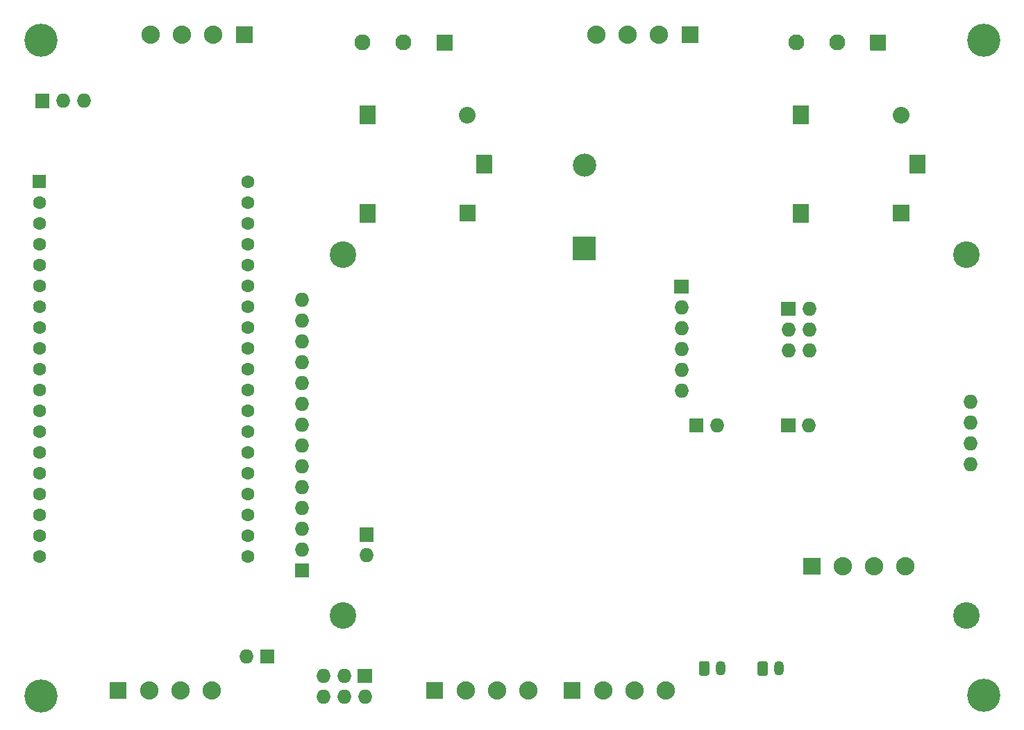
<source format=gbs>
G04 #@! TF.GenerationSoftware,KiCad,Pcbnew,5.1.9+dfsg1-1~bpo10+1*
G04 #@! TF.CreationDate,2022-02-23T18:09:28+00:00*
G04 #@! TF.ProjectId,ControllerCircuit,436f6e74-726f-46c6-9c65-724369726375,rev?*
G04 #@! TF.SameCoordinates,Original*
G04 #@! TF.FileFunction,Soldermask,Bot*
G04 #@! TF.FilePolarity,Negative*
%FSLAX46Y46*%
G04 Gerber Fmt 4.6, Leading zero omitted, Abs format (unit mm)*
G04 Created by KiCad (PCBNEW 5.1.9+dfsg1-1~bpo10+1) date 2022-02-23 18:09:28*
%MOMM*%
%LPD*%
G01*
G04 APERTURE LIST*
%ADD10C,2.240000*%
%ADD11O,2.840000X2.840000*%
%ADD12C,3.240000*%
%ADD13O,1.740000X1.740000*%
%ADD14O,1.240000X1.790000*%
%ADD15C,1.600000*%
%ADD16C,2.040000*%
%ADD17C,1.940000*%
%ADD18C,4.040000*%
G04 APERTURE END LIST*
D10*
X197900000Y-118360000D03*
X194090000Y-118360000D03*
X190280000Y-118360000D03*
G36*
G01*
X185450000Y-119360000D02*
X185450000Y-117360000D01*
G75*
G02*
X185470000Y-117340000I20000J0D01*
G01*
X187470000Y-117340000D01*
G75*
G02*
X187490000Y-117360000I0J-20000D01*
G01*
X187490000Y-119360000D01*
G75*
G02*
X187470000Y-119380000I-20000J0D01*
G01*
X185470000Y-119380000D01*
G75*
G02*
X185450000Y-119360000I0J20000D01*
G01*
G37*
D11*
X158720000Y-69440000D03*
G36*
G01*
X160120000Y-81020000D02*
X157320000Y-81020000D01*
G75*
G02*
X157300000Y-81000000I0J20000D01*
G01*
X157300000Y-78200000D01*
G75*
G02*
X157320000Y-78180000I20000J0D01*
G01*
X160120000Y-78180000D01*
G75*
G02*
X160140000Y-78200000I0J-20000D01*
G01*
X160140000Y-81000000D01*
G75*
G02*
X160120000Y-81020000I-20000J0D01*
G01*
G37*
D12*
X205300000Y-80375000D03*
X205300000Y-124375000D03*
X129300000Y-80375000D03*
X129300000Y-124375000D03*
D13*
X205800000Y-103335000D03*
X205800000Y-100795000D03*
X205800000Y-98255000D03*
X205800000Y-105875000D03*
X124300000Y-85855000D03*
X124300000Y-88395000D03*
X124300000Y-90935000D03*
X124300000Y-93475000D03*
X124300000Y-96015000D03*
X124300000Y-98555000D03*
X124300000Y-101095000D03*
X124300000Y-103635000D03*
X124300000Y-106175000D03*
X124300000Y-108715000D03*
X124300000Y-111255000D03*
X124300000Y-113795000D03*
X124300000Y-116335000D03*
G36*
G01*
X125170000Y-118025000D02*
X125170000Y-119725000D01*
G75*
G02*
X125150000Y-119745000I-20000J0D01*
G01*
X123450000Y-119745000D01*
G75*
G02*
X123430000Y-119725000I0J20000D01*
G01*
X123430000Y-118025000D01*
G75*
G02*
X123450000Y-118005000I20000J0D01*
G01*
X125150000Y-118005000D01*
G75*
G02*
X125170000Y-118025000I0J-20000D01*
G01*
G37*
D10*
X160220000Y-53480000D03*
X164030000Y-53480000D03*
X167840000Y-53480000D03*
G36*
G01*
X172670000Y-52480000D02*
X172670000Y-54480000D01*
G75*
G02*
X172650000Y-54500000I-20000J0D01*
G01*
X170650000Y-54500000D01*
G75*
G02*
X170630000Y-54480000I0J20000D01*
G01*
X170630000Y-52480000D01*
G75*
G02*
X170650000Y-52460000I20000J0D01*
G01*
X172650000Y-52460000D01*
G75*
G02*
X172670000Y-52480000I0J-20000D01*
G01*
G37*
X105800000Y-53530000D03*
X109610000Y-53530000D03*
X113420000Y-53530000D03*
G36*
G01*
X118250000Y-52530000D02*
X118250000Y-54530000D01*
G75*
G02*
X118230000Y-54550000I-20000J0D01*
G01*
X116230000Y-54550000D01*
G75*
G02*
X116210000Y-54530000I0J20000D01*
G01*
X116210000Y-52530000D01*
G75*
G02*
X116230000Y-52510000I20000J0D01*
G01*
X118230000Y-52510000D01*
G75*
G02*
X118250000Y-52530000I0J-20000D01*
G01*
G37*
D14*
X182456260Y-130849600D03*
G36*
G01*
X179836260Y-131486268D02*
X179836260Y-130212932D01*
G75*
G02*
X180094592Y-129954600I258332J0D01*
G01*
X180817928Y-129954600D01*
G75*
G02*
X181076260Y-130212932I0J-258332D01*
G01*
X181076260Y-131486268D01*
G75*
G02*
X180817928Y-131744600I-258332J0D01*
G01*
X180094592Y-131744600D01*
G75*
G02*
X179836260Y-131486268I0J258332D01*
G01*
G37*
X175330720Y-130819600D03*
G36*
G01*
X172710720Y-131456268D02*
X172710720Y-130182932D01*
G75*
G02*
X172969052Y-129924600I258332J0D01*
G01*
X173692388Y-129924600D01*
G75*
G02*
X173950720Y-130182932I0J-258332D01*
G01*
X173950720Y-131456268D01*
G75*
G02*
X173692388Y-131714600I-258332J0D01*
G01*
X172969052Y-131714600D01*
G75*
G02*
X172710720Y-131456268I0J258332D01*
G01*
G37*
D13*
X174919360Y-101185240D03*
G36*
G01*
X173229360Y-102055240D02*
X171529360Y-102055240D01*
G75*
G02*
X171509360Y-102035240I0J20000D01*
G01*
X171509360Y-100335240D01*
G75*
G02*
X171529360Y-100315240I20000J0D01*
G01*
X173229360Y-100315240D01*
G75*
G02*
X173249360Y-100335240I0J-20000D01*
G01*
X173249360Y-102035240D01*
G75*
G02*
X173229360Y-102055240I-20000J0D01*
G01*
G37*
X186115680Y-101185240D03*
G36*
G01*
X184425680Y-102055240D02*
X182725680Y-102055240D01*
G75*
G02*
X182705680Y-102035240I0J20000D01*
G01*
X182705680Y-100335240D01*
G75*
G02*
X182725680Y-100315240I20000J0D01*
G01*
X184425680Y-100315240D01*
G75*
G02*
X184445680Y-100335240I0J-20000D01*
G01*
X184445680Y-102035240D01*
G75*
G02*
X184425680Y-102055240I-20000J0D01*
G01*
G37*
X132140000Y-117040000D03*
G36*
G01*
X131270000Y-115350000D02*
X131270000Y-113650000D01*
G75*
G02*
X131290000Y-113630000I20000J0D01*
G01*
X132990000Y-113630000D01*
G75*
G02*
X133010000Y-113650000I0J-20000D01*
G01*
X133010000Y-115350000D01*
G75*
G02*
X132990000Y-115370000I-20000J0D01*
G01*
X131290000Y-115370000D01*
G75*
G02*
X131270000Y-115350000I0J20000D01*
G01*
G37*
X97686860Y-61591720D03*
X95146860Y-61591720D03*
G36*
G01*
X93456860Y-62461720D02*
X91756860Y-62461720D01*
G75*
G02*
X91736860Y-62441720I0J20000D01*
G01*
X91736860Y-60741720D01*
G75*
G02*
X91756860Y-60721720I20000J0D01*
G01*
X93456860Y-60721720D01*
G75*
G02*
X93476860Y-60741720I0J-20000D01*
G01*
X93476860Y-62441720D01*
G75*
G02*
X93456860Y-62461720I-20000J0D01*
G01*
G37*
X117510000Y-129350000D03*
G36*
G01*
X119200000Y-128480000D02*
X120900000Y-128480000D01*
G75*
G02*
X120920000Y-128500000I0J-20000D01*
G01*
X120920000Y-130200000D01*
G75*
G02*
X120900000Y-130220000I-20000J0D01*
G01*
X119200000Y-130220000D01*
G75*
G02*
X119180000Y-130200000I0J20000D01*
G01*
X119180000Y-128500000D01*
G75*
G02*
X119200000Y-128480000I20000J0D01*
G01*
G37*
X170573420Y-96933280D03*
X170573420Y-94393280D03*
X170573420Y-91853280D03*
X170573420Y-89313280D03*
X170573420Y-86773280D03*
G36*
G01*
X169703420Y-85083280D02*
X169703420Y-83383280D01*
G75*
G02*
X169723420Y-83363280I20000J0D01*
G01*
X171423420Y-83363280D01*
G75*
G02*
X171443420Y-83383280I0J-20000D01*
G01*
X171443420Y-85083280D01*
G75*
G02*
X171423420Y-85103280I-20000J0D01*
G01*
X169723420Y-85103280D01*
G75*
G02*
X169703420Y-85083280I0J20000D01*
G01*
G37*
X126870000Y-134290000D03*
X126870000Y-131750000D03*
X129410000Y-134290000D03*
X129410000Y-131750000D03*
X131950000Y-134290000D03*
G36*
G01*
X131100000Y-130880000D02*
X132800000Y-130880000D01*
G75*
G02*
X132820000Y-130900000I0J-20000D01*
G01*
X132820000Y-132600000D01*
G75*
G02*
X132800000Y-132620000I-20000J0D01*
G01*
X131100000Y-132620000D01*
G75*
G02*
X131080000Y-132600000I0J20000D01*
G01*
X131080000Y-130900000D01*
G75*
G02*
X131100000Y-130880000I20000J0D01*
G01*
G37*
X186151240Y-92026000D03*
X183611240Y-92026000D03*
X186151240Y-89486000D03*
X183611240Y-89486000D03*
X186151240Y-86946000D03*
G36*
G01*
X182741240Y-87796000D02*
X182741240Y-86096000D01*
G75*
G02*
X182761240Y-86076000I20000J0D01*
G01*
X184461240Y-86076000D01*
G75*
G02*
X184481240Y-86096000I0J-20000D01*
G01*
X184481240Y-87796000D01*
G75*
G02*
X184461240Y-87816000I-20000J0D01*
G01*
X182761240Y-87816000D01*
G75*
G02*
X182741240Y-87796000I0J20000D01*
G01*
G37*
D15*
X117656394Y-117150000D03*
X117656394Y-114610000D03*
X117656394Y-112070000D03*
X117656394Y-109530000D03*
X117656394Y-106990000D03*
X117656394Y-104450000D03*
X117656394Y-101910000D03*
X117656394Y-99370000D03*
X117656394Y-96830000D03*
X117656394Y-94290000D03*
X117656394Y-91750000D03*
X117656394Y-89210000D03*
X117656394Y-86670000D03*
X117656394Y-84130000D03*
X117656394Y-81590000D03*
X117656394Y-79050000D03*
X117656394Y-76510000D03*
X117656394Y-73970000D03*
X117656394Y-71430000D03*
X92256394Y-114610000D03*
X92256394Y-112070000D03*
X92256394Y-109530000D03*
X92256394Y-106990000D03*
X92256394Y-104450000D03*
X92256394Y-101910000D03*
X92256394Y-99370000D03*
X92256394Y-96830000D03*
X92256394Y-94290000D03*
X92256394Y-91750000D03*
X92256394Y-89210000D03*
X92256394Y-86670000D03*
X92256394Y-84130000D03*
X92256394Y-81590000D03*
X92256394Y-79050000D03*
X92256394Y-76510000D03*
X92256394Y-117150000D03*
X92256394Y-73970000D03*
G36*
G01*
X91456394Y-72210000D02*
X91456394Y-70650000D01*
G75*
G02*
X91476394Y-70630000I20000J0D01*
G01*
X93036394Y-70630000D01*
G75*
G02*
X93056394Y-70650000I0J-20000D01*
G01*
X93056394Y-72210000D01*
G75*
G02*
X93036394Y-72230000I-20000J0D01*
G01*
X91476394Y-72230000D01*
G75*
G02*
X91456394Y-72210000I0J20000D01*
G01*
G37*
G36*
G01*
X145485000Y-74310000D02*
X145485000Y-76290000D01*
G75*
G02*
X145465000Y-76310000I-20000J0D01*
G01*
X143485000Y-76310000D01*
G75*
G02*
X143465000Y-76290000I0J20000D01*
G01*
X143465000Y-74310000D01*
G75*
G02*
X143485000Y-74290000I20000J0D01*
G01*
X145465000Y-74290000D01*
G75*
G02*
X145485000Y-74310000I0J-20000D01*
G01*
G37*
G36*
G01*
X147445000Y-68200000D02*
X147445000Y-70400000D01*
G75*
G02*
X147425000Y-70420000I-20000J0D01*
G01*
X145525000Y-70420000D01*
G75*
G02*
X145505000Y-70400000I0J20000D01*
G01*
X145505000Y-68200000D01*
G75*
G02*
X145525000Y-68180000I20000J0D01*
G01*
X147425000Y-68180000D01*
G75*
G02*
X147445000Y-68200000I0J-20000D01*
G01*
G37*
D16*
X144475000Y-63300000D03*
G36*
G01*
X133245000Y-62200000D02*
X133245000Y-64400000D01*
G75*
G02*
X133225000Y-64420000I-20000J0D01*
G01*
X131325000Y-64420000D01*
G75*
G02*
X131305000Y-64400000I0J20000D01*
G01*
X131305000Y-62200000D01*
G75*
G02*
X131325000Y-62180000I20000J0D01*
G01*
X133225000Y-62180000D01*
G75*
G02*
X133245000Y-62200000I0J-20000D01*
G01*
G37*
G36*
G01*
X133245000Y-74200000D02*
X133245000Y-76400000D01*
G75*
G02*
X133225000Y-76420000I-20000J0D01*
G01*
X131325000Y-76420000D01*
G75*
G02*
X131305000Y-76400000I0J20000D01*
G01*
X131305000Y-74200000D01*
G75*
G02*
X131325000Y-74180000I20000J0D01*
G01*
X133225000Y-74180000D01*
G75*
G02*
X133245000Y-74200000I0J-20000D01*
G01*
G37*
G36*
G01*
X198350000Y-74310000D02*
X198350000Y-76290000D01*
G75*
G02*
X198330000Y-76310000I-20000J0D01*
G01*
X196350000Y-76310000D01*
G75*
G02*
X196330000Y-76290000I0J20000D01*
G01*
X196330000Y-74310000D01*
G75*
G02*
X196350000Y-74290000I20000J0D01*
G01*
X198330000Y-74290000D01*
G75*
G02*
X198350000Y-74310000I0J-20000D01*
G01*
G37*
G36*
G01*
X200310000Y-68200000D02*
X200310000Y-70400000D01*
G75*
G02*
X200290000Y-70420000I-20000J0D01*
G01*
X198390000Y-70420000D01*
G75*
G02*
X198370000Y-70400000I0J20000D01*
G01*
X198370000Y-68200000D01*
G75*
G02*
X198390000Y-68180000I20000J0D01*
G01*
X200290000Y-68180000D01*
G75*
G02*
X200310000Y-68200000I0J-20000D01*
G01*
G37*
X197340000Y-63300000D03*
G36*
G01*
X186110000Y-62200000D02*
X186110000Y-64400000D01*
G75*
G02*
X186090000Y-64420000I-20000J0D01*
G01*
X184190000Y-64420000D01*
G75*
G02*
X184170000Y-64400000I0J20000D01*
G01*
X184170000Y-62200000D01*
G75*
G02*
X184190000Y-62180000I20000J0D01*
G01*
X186090000Y-62180000D01*
G75*
G02*
X186110000Y-62200000I0J-20000D01*
G01*
G37*
G36*
G01*
X186110000Y-74200000D02*
X186110000Y-76400000D01*
G75*
G02*
X186090000Y-76420000I-20000J0D01*
G01*
X184190000Y-76420000D01*
G75*
G02*
X184170000Y-76400000I0J20000D01*
G01*
X184170000Y-74200000D01*
G75*
G02*
X184190000Y-74180000I20000J0D01*
G01*
X186090000Y-74180000D01*
G75*
G02*
X186110000Y-74200000I0J-20000D01*
G01*
G37*
D10*
X168679020Y-133488660D03*
X164869020Y-133488660D03*
X161059020Y-133488660D03*
G36*
G01*
X156229020Y-134488660D02*
X156229020Y-132488660D01*
G75*
G02*
X156249020Y-132468660I20000J0D01*
G01*
X158249020Y-132468660D01*
G75*
G02*
X158269020Y-132488660I0J-20000D01*
G01*
X158269020Y-134488660D01*
G75*
G02*
X158249020Y-134508660I-20000J0D01*
G01*
X156249020Y-134508660D01*
G75*
G02*
X156229020Y-134488660I0J20000D01*
G01*
G37*
X151855686Y-133503660D03*
X148045686Y-133503660D03*
X144235686Y-133503660D03*
G36*
G01*
X139405686Y-134503660D02*
X139405686Y-132503660D01*
G75*
G02*
X139425686Y-132483660I20000J0D01*
G01*
X141425686Y-132483660D01*
G75*
G02*
X141445686Y-132503660I0J-20000D01*
G01*
X141445686Y-134503660D01*
G75*
G02*
X141425686Y-134523660I-20000J0D01*
G01*
X139425686Y-134523660D01*
G75*
G02*
X139405686Y-134503660I0J20000D01*
G01*
G37*
D17*
X131685000Y-54450000D03*
X136685000Y-54450000D03*
G36*
G01*
X142655000Y-53500000D02*
X142655000Y-55400000D01*
G75*
G02*
X142635000Y-55420000I-20000J0D01*
G01*
X140735000Y-55420000D01*
G75*
G02*
X140715000Y-55400000I0J20000D01*
G01*
X140715000Y-53500000D01*
G75*
G02*
X140735000Y-53480000I20000J0D01*
G01*
X142635000Y-53480000D01*
G75*
G02*
X142655000Y-53500000I0J-20000D01*
G01*
G37*
X184550000Y-54450000D03*
X189550000Y-54450000D03*
G36*
G01*
X195520000Y-53500000D02*
X195520000Y-55400000D01*
G75*
G02*
X195500000Y-55420000I-20000J0D01*
G01*
X193600000Y-55420000D01*
G75*
G02*
X193580000Y-55400000I0J20000D01*
G01*
X193580000Y-53500000D01*
G75*
G02*
X193600000Y-53480000I20000J0D01*
G01*
X195500000Y-53480000D01*
G75*
G02*
X195520000Y-53500000I0J-20000D01*
G01*
G37*
D10*
X113270000Y-133500000D03*
X109460000Y-133500000D03*
X105650000Y-133500000D03*
G36*
G01*
X100820000Y-134500000D02*
X100820000Y-132500000D01*
G75*
G02*
X100840000Y-132480000I20000J0D01*
G01*
X102840000Y-132480000D01*
G75*
G02*
X102860000Y-132500000I0J-20000D01*
G01*
X102860000Y-134500000D01*
G75*
G02*
X102840000Y-134520000I-20000J0D01*
G01*
X100840000Y-134520000D01*
G75*
G02*
X100820000Y-134500000I0J20000D01*
G01*
G37*
D18*
X92450000Y-54200000D03*
X92450000Y-134200000D03*
X207400000Y-134150000D03*
X207400000Y-54200000D03*
M02*

</source>
